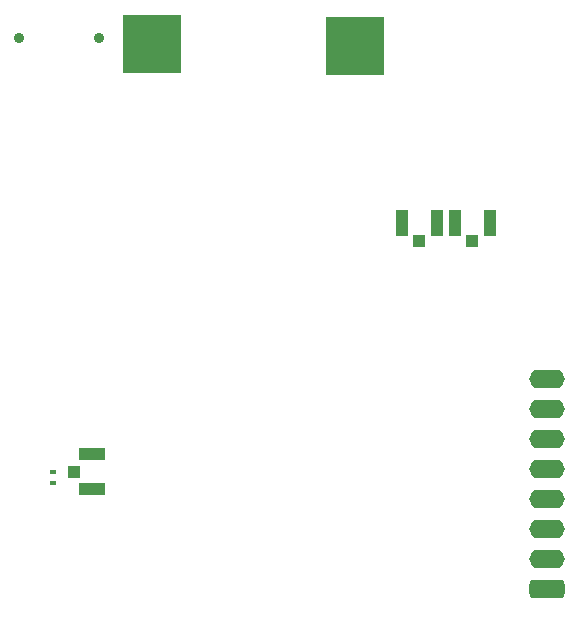
<source format=gbr>
G04*
G04 #@! TF.GenerationSoftware,Altium Limited,Altium Designer,25.5.2 (35)*
G04*
G04 Layer_Color=255*
%FSLAX25Y25*%
%MOIN*%
G70*
G04*
G04 #@! TF.SameCoordinates,0BB90384-501E-406B-A6C2-AE9EDDEAC3CB*
G04*
G04*
G04 #@! TF.FilePolarity,Positive*
G04*
G01*
G75*
%ADD22R,0.02254X0.01438*%
%ADD30R,0.08661X0.04134*%
%ADD31R,0.19685X0.19685*%
%ADD36R,0.19685X0.19685*%
%ADD40R,0.04134X0.03937*%
%ADD59C,0.03543*%
%ADD69O,0.11811X0.06299*%
G04:AMPARAMS|DCode=70|XSize=62.99mil|YSize=118.11mil|CornerRadius=15.75mil|HoleSize=0mil|Usage=FLASHONLY|Rotation=90.000|XOffset=0mil|YOffset=0mil|HoleType=Round|Shape=RoundedRectangle|*
%AMROUNDEDRECTD70*
21,1,0.06299,0.08661,0,0,90.0*
21,1,0.03150,0.11811,0,0,90.0*
1,1,0.03150,0.04331,0.01575*
1,1,0.03150,0.04331,-0.01575*
1,1,0.03150,-0.04331,-0.01575*
1,1,0.03150,-0.04331,0.01575*
%
%ADD70ROUNDEDRECTD70*%
%ADD71R,0.04134X0.08661*%
%ADD72R,0.03937X0.04134*%
D22*
X25492Y40437D02*
D03*
Y44012D02*
D03*
D30*
X38600Y38293D02*
D03*
Y49907D02*
D03*
D31*
X126169Y186183D02*
D03*
D36*
X58429Y186620D02*
D03*
D40*
X32596Y44100D02*
D03*
D59*
X14228Y188600D02*
D03*
X41000D02*
D03*
D69*
X190300Y75100D02*
D03*
Y65100D02*
D03*
Y55100D02*
D03*
Y45100D02*
D03*
Y35100D02*
D03*
Y25100D02*
D03*
Y15100D02*
D03*
D70*
Y5100D02*
D03*
D71*
X153445Y126969D02*
D03*
X141831D02*
D03*
X171161D02*
D03*
X159547D02*
D03*
D72*
X165354Y120965D02*
D03*
X147638D02*
D03*
M02*

</source>
